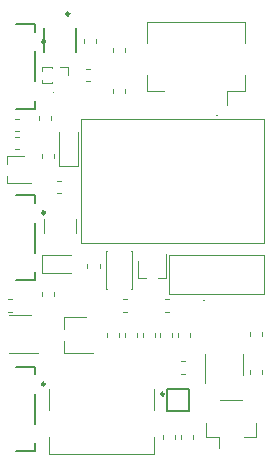
<source format=gbr>
%TF.GenerationSoftware,KiCad,Pcbnew,(5.99.0-2309-gaf729d578)*%
%TF.CreationDate,2020-08-01T12:07:05-04:00*%
%TF.ProjectId,mk2,6d6b322e-6b69-4636-9164-5f7063625858,rev?*%
%TF.SameCoordinates,Original*%
%TF.FileFunction,Legend,Top*%
%TF.FilePolarity,Positive*%
%FSLAX46Y46*%
G04 Gerber Fmt 4.6, Leading zero omitted, Abs format (unit mm)*
G04 Created by KiCad (PCBNEW (5.99.0-2309-gaf729d578)) date 2020-08-01 12:07:05*
%MOMM*%
%LPD*%
G01*
G04 APERTURE LIST*
%ADD10C,0.120000*%
%ADD11C,0.050000*%
%ADD12C,0.250000*%
%ADD13C,0.150000*%
%ADD14C,0.100000*%
G04 APERTURE END LIST*
D10*
%TO.C,R16*%
X14546267Y-21240000D02*
X14203733Y-21240000D01*
X14546267Y-22260000D02*
X14203733Y-22260000D01*
%TO.C,R15*%
X14546267Y-22740000D02*
X14203733Y-22740000D01*
X14546267Y-23760000D02*
X14203733Y-23760000D01*
%TO.C,R14*%
X23328733Y-37510000D02*
X23671267Y-37510000D01*
X23328733Y-36490000D02*
X23671267Y-36490000D01*
%TO.C,R13*%
X26879733Y-37510000D02*
X27222267Y-37510000D01*
X26879733Y-36490000D02*
X27222267Y-36490000D01*
%TO.C,R12*%
X27510000Y-39671267D02*
X27510000Y-39328733D01*
X26490000Y-39671267D02*
X26490000Y-39328733D01*
%TO.C,R11*%
X23010000Y-39671267D02*
X23010000Y-39328733D01*
X21990000Y-39671267D02*
X21990000Y-39328733D01*
%TO.C,R9*%
X27990000Y-39328733D02*
X27990000Y-39671267D01*
X29010000Y-39328733D02*
X29010000Y-39671267D01*
%TO.C,R6*%
X21338000Y-33826267D02*
X21338000Y-33483733D01*
X20318000Y-33826267D02*
X20318000Y-33483733D01*
%TO.C,R5*%
X34084000Y-39203733D02*
X34084000Y-39546267D01*
X35104000Y-39203733D02*
X35104000Y-39546267D01*
%TO.C,R4*%
X24990000Y-39328733D02*
X24990000Y-39671267D01*
X26010000Y-39328733D02*
X26010000Y-39671267D01*
%TO.C,R3*%
X23490000Y-39328733D02*
X23490000Y-39671267D01*
X24510000Y-39328733D02*
X24510000Y-39671267D01*
%TO.C,C20*%
X28546267Y-41740000D02*
X28203733Y-41740000D01*
X28546267Y-42760000D02*
X28203733Y-42760000D01*
%TO.C,C10*%
X27760000Y-48296267D02*
X27760000Y-47953733D01*
X26740000Y-48296267D02*
X26740000Y-47953733D01*
%TO.C,C9*%
X23510000Y-15546267D02*
X23510000Y-15203733D01*
X22490000Y-15546267D02*
X22490000Y-15203733D01*
%TO.C,C8*%
X23510000Y-19046267D02*
X23510000Y-18703733D01*
X22490000Y-19046267D02*
X22490000Y-18703733D01*
%TO.C,C7*%
X28240000Y-47953733D02*
X28240000Y-48296267D01*
X29260000Y-47953733D02*
X29260000Y-48296267D01*
%TO.C,C6*%
X20546267Y-16990000D02*
X20203733Y-16990000D01*
X20546267Y-18010000D02*
X20203733Y-18010000D01*
%TO.C,C4*%
X16490000Y-35828733D02*
X16490000Y-36171267D01*
X17510000Y-35828733D02*
X17510000Y-36171267D01*
%TO.C,C3*%
X18046267Y-26490000D02*
X17703733Y-26490000D01*
X18046267Y-27510000D02*
X17703733Y-27510000D01*
%TO.C,C2*%
X16490000Y-24203733D02*
X16490000Y-24546267D01*
X17510000Y-24203733D02*
X17510000Y-24546267D01*
%TO.C,C1*%
X16240000Y-20953733D02*
X16240000Y-21296267D01*
X17260000Y-20953733D02*
X17260000Y-21296267D01*
D11*
%TO.C,P1*%
X30245000Y-36575000D02*
G75*
G03*
X30245000Y-36575000I-70000J0D01*
G01*
D10*
%TO.C,J5*%
X35250000Y-36000000D02*
X27250000Y-36000000D01*
X27250000Y-36000000D02*
X27250000Y-32750000D01*
X27250000Y-32750000D02*
X35250000Y-32750000D01*
X35250000Y-32750000D02*
X35250000Y-36000000D01*
%TO.C,JP1*%
X35104000Y-42787779D02*
X35104000Y-42462221D01*
X34084000Y-42787779D02*
X34084000Y-42462221D01*
%TO.C,BT1*%
X31560000Y-44990000D02*
X33440000Y-44990000D01*
X34610000Y-48110000D02*
X33560000Y-48110000D01*
X34610000Y-46960000D02*
X34610000Y-48110000D01*
X31440000Y-48110000D02*
X31440000Y-49100000D01*
X30390000Y-48110000D02*
X31440000Y-48110000D01*
X30390000Y-46960000D02*
X30390000Y-48110000D01*
D12*
%TO.C,U6*%
X26807000Y-44500000D02*
G75*
G03*
X26807000Y-44500000I-125000J0D01*
G01*
D13*
X28925000Y-45925000D02*
X27075000Y-45925000D01*
X28925000Y-44075000D02*
X28925000Y-45925000D01*
X27075000Y-44075000D02*
X28925000Y-44075000D01*
X27075000Y-45925000D02*
X27075000Y-44075000D01*
%TO.C,U5*%
X16675000Y-13521437D02*
X16675000Y-15571435D01*
X19325000Y-13521437D02*
X19325000Y-15571435D01*
D12*
X18775000Y-12310200D02*
G75*
G03*
X18775000Y-12310200I-125000J0D01*
G01*
D14*
%TO.C,U1*%
X17500000Y-18950000D02*
G75*
G03*
X17500000Y-18950000I-50000J0D01*
G01*
D10*
%TO.C,J1*%
X32160000Y-18800000D02*
X32160000Y-20000000D01*
X25350000Y-13000000D02*
X25350000Y-14740000D01*
X33650000Y-13000000D02*
X25350000Y-13000000D01*
X33650000Y-14740000D02*
X33650000Y-13000000D01*
X25350000Y-18800000D02*
X25350000Y-17460000D01*
X26840000Y-18800000D02*
X25350000Y-18800000D01*
X33650000Y-18800000D02*
X33650000Y-17460000D01*
X32160000Y-18800000D02*
X33650000Y-18800000D01*
%TO.C,J3*%
X18685000Y-16805000D02*
X18685000Y-17500000D01*
X18000000Y-16805000D02*
X18685000Y-16805000D01*
X17315000Y-18108276D02*
X17315000Y-18195000D01*
X17315000Y-16805000D02*
X17315000Y-16891724D01*
X17315000Y-18195000D02*
X16440000Y-18195000D01*
X17315000Y-16805000D02*
X16440000Y-16805000D01*
X16440000Y-17894493D02*
X16440000Y-18195000D01*
X16440000Y-16805000D02*
X16440000Y-17105507D01*
%TO.C,Q4*%
X14930000Y-24340000D02*
X13520000Y-24340000D01*
X13520000Y-26660000D02*
X15550000Y-26660000D01*
X13520000Y-26660000D02*
X13520000Y-26000000D01*
X13520000Y-25000000D02*
X13520000Y-24340000D01*
%TO.C,J2*%
X17030000Y-44080000D02*
X17030000Y-45880000D01*
X17030000Y-49590000D02*
X17030000Y-48130000D01*
X25970000Y-49590000D02*
X25970000Y-48130000D01*
X25970000Y-44080000D02*
X25970000Y-45880000D01*
X25970000Y-49590000D02*
X17030000Y-49590000D01*
D13*
%TO.C,SW4*%
X14275000Y-42175000D02*
X15875000Y-42175000D01*
X14275000Y-49325000D02*
X15875000Y-49325000D01*
X15875000Y-48675000D02*
X15875000Y-49325000D01*
X15875000Y-44475000D02*
X15875000Y-47025000D01*
X15875000Y-42175000D02*
X15875000Y-42825000D01*
D12*
X16720000Y-43650000D02*
G75*
G03*
X16720000Y-43650000I-125000J0D01*
G01*
D13*
%TO.C,SW2*%
X14275000Y-13175000D02*
X15875000Y-13175000D01*
X14275000Y-20325000D02*
X15875000Y-20325000D01*
X15875000Y-19675000D02*
X15875000Y-20325000D01*
X15875000Y-15475000D02*
X15875000Y-18025000D01*
X15875000Y-13175000D02*
X15875000Y-13825000D01*
D12*
X16720000Y-14650000D02*
G75*
G03*
X16720000Y-14650000I-125000J0D01*
G01*
D13*
%TO.C,SW1*%
X14275000Y-27675000D02*
X15875000Y-27675000D01*
X14275000Y-34825000D02*
X15875000Y-34825000D01*
X15875000Y-34175000D02*
X15875000Y-34825000D01*
X15875000Y-29975000D02*
X15875000Y-32525000D01*
X15875000Y-27675000D02*
X15875000Y-28325000D01*
D12*
X16720000Y-29150000D02*
G75*
G03*
X16720000Y-29150000I-125000J0D01*
G01*
D10*
%TO.C,Q3*%
X24621000Y-33229000D02*
X24621000Y-34639000D01*
X26941000Y-34639000D02*
X26941000Y-32609000D01*
X26941000Y-34639000D02*
X26281000Y-34639000D01*
X25281000Y-34639000D02*
X24621000Y-34639000D01*
%TO.C,C5*%
X19360000Y-30852064D02*
X19360000Y-29647936D01*
X16640000Y-30852064D02*
X16640000Y-29647936D01*
%TO.C,Y1*%
X19550000Y-25150000D02*
X19550000Y-22300000D01*
X17950000Y-25150000D02*
X19550000Y-25150000D01*
X17950000Y-22300000D02*
X17950000Y-25150000D01*
%TO.C,U3*%
X30234000Y-41100000D02*
X30234000Y-43550000D01*
X33454000Y-42900000D02*
X33454000Y-41100000D01*
%TO.C,U2*%
X13700000Y-41060000D02*
X16150000Y-41060000D01*
X15500000Y-37840000D02*
X13700000Y-37840000D01*
%TO.C,SW_RESET1*%
X21967000Y-32380000D02*
X21867000Y-32380000D01*
X21967000Y-35620000D02*
X21867000Y-35620000D01*
X21867000Y-32380000D02*
X21867000Y-35620000D01*
X24107000Y-32380000D02*
X24007000Y-32380000D01*
X24107000Y-35620000D02*
X24007000Y-35620000D01*
X24107000Y-32380000D02*
X24107000Y-35620000D01*
%TO.C,L2*%
X21010000Y-14796267D02*
X21010000Y-14453733D01*
X19990000Y-14796267D02*
X19990000Y-14453733D01*
%TO.C,L1*%
X13921267Y-36490000D02*
X13578733Y-36490000D01*
X13921267Y-37510000D02*
X13578733Y-37510000D01*
D14*
%TO.C,IC1*%
X35250000Y-21250000D02*
X35250000Y-31750000D01*
X35250000Y-31750000D02*
X19750000Y-31750000D01*
X19750000Y-31750000D02*
X19750000Y-21250000D01*
X19750000Y-21250000D02*
X35250000Y-21250000D01*
X31300000Y-20900000D02*
X31300000Y-20900000D01*
X31200000Y-20900000D02*
X31200000Y-20900000D01*
X31200000Y-20900000D02*
G75*
G02*
X31300000Y-20900000I50000J0D01*
G01*
X31300000Y-20900000D02*
G75*
G02*
X31200000Y-20900000I-50000J0D01*
G01*
D10*
%TO.C,D2*%
X16465000Y-34235000D02*
X18925000Y-34235000D01*
X16465000Y-32765000D02*
X16465000Y-34235000D01*
X18925000Y-32765000D02*
X16465000Y-32765000D01*
%TO.C,D1*%
X18380000Y-41010000D02*
X20810000Y-41010000D01*
X18360000Y-41000000D02*
X18360000Y-40000000D01*
X18360000Y-37950000D02*
X20210000Y-37950000D01*
X18360000Y-39000000D02*
X18360000Y-37950000D01*
%TD*%
M02*

</source>
